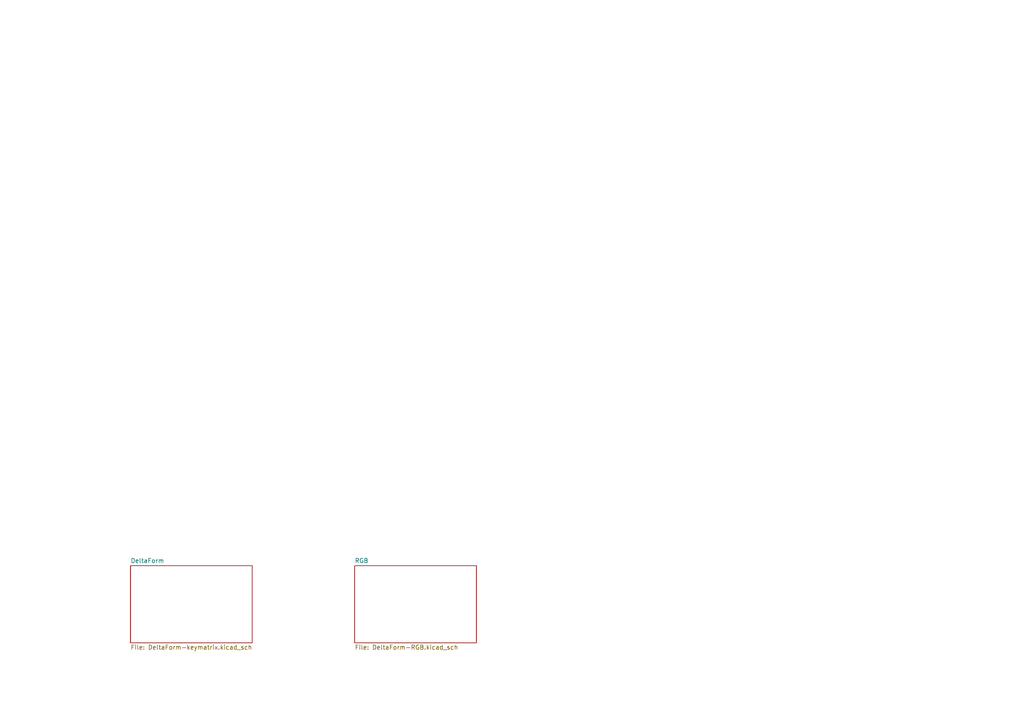
<source format=kicad_sch>
(kicad_sch
	(version 20250114)
	(generator "eeschema")
	(generator_version "9.0")
	(uuid "c7177d09-71a2-4de7-9a3e-bfc16a7f2797")
	(paper "A4")
	(lib_symbols)
	(sheet
		(at 37.846 164.084)
		(size 35.306 22.352)
		(exclude_from_sim no)
		(in_bom yes)
		(on_board yes)
		(dnp no)
		(fields_autoplaced yes)
		(stroke
			(width 0.1524)
			(type solid)
		)
		(fill
			(color 0 0 0 0.0000)
		)
		(uuid "07d799b8-8bd0-4b35-b9da-910e8fb4f070")
		(property "Sheetname" "DeltaForm"
			(at 37.846 163.3724 0)
			(effects
				(font
					(size 1.27 1.27)
				)
				(justify left bottom)
			)
		)
		(property "Sheetfile" "DeltaForm-keymatrix.kicad_sch"
			(at 37.846 187.0206 0)
			(effects
				(font
					(size 1.27 1.27)
				)
				(justify left top)
			)
		)
		(instances
			(project "DeltaForm"
				(path "/c7177d09-71a2-4de7-9a3e-bfc16a7f2797"
					(page "4")
				)
			)
		)
	)
	(sheet
		(at 102.87 164.084)
		(size 35.306 22.352)
		(exclude_from_sim no)
		(in_bom yes)
		(on_board yes)
		(dnp no)
		(fields_autoplaced yes)
		(stroke
			(width 0.1524)
			(type solid)
		)
		(fill
			(color 0 0 0 0.0000)
		)
		(uuid "5cc1758f-8c3a-4c8d-9768-40833fbebdc2")
		(property "Sheetname" "RGB"
			(at 102.87 163.3724 0)
			(effects
				(font
					(size 1.27 1.27)
				)
				(justify left bottom)
			)
		)
		(property "Sheetfile" "DeltaForm-RGB.kicad_sch"
			(at 102.87 187.0206 0)
			(effects
				(font
					(size 1.27 1.27)
				)
				(justify left top)
			)
		)
		(instances
			(project "DeltaForm"
				(path "/c7177d09-71a2-4de7-9a3e-bfc16a7f2797"
					(page "2")
				)
			)
		)
	)
	(sheet_instances
		(path "/"
			(page "1")
		)
	)
	(embedded_fonts no)
)

</source>
